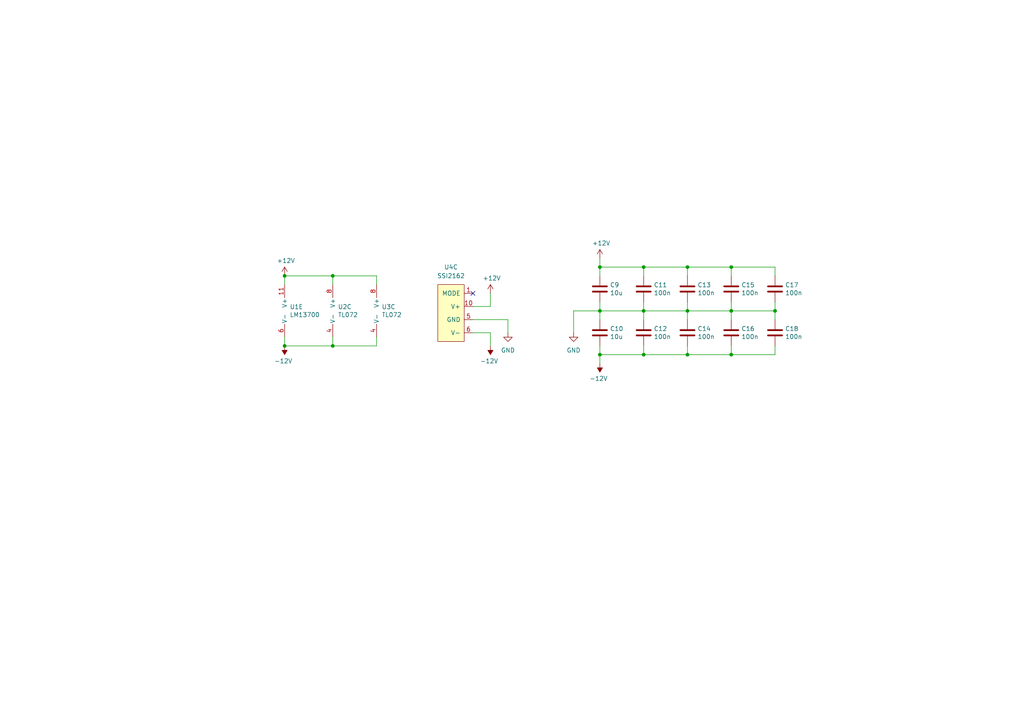
<source format=kicad_sch>
(kicad_sch (version 20211123) (generator eeschema)
  (paper "A4")
  (title_block (title "Late MS20 VCF plug-in board") (date "2022-07-29") (rev "0.1") (comment 1 "creativecommons.org/licenses/by/4.0/") (comment 2 "License: CC by 4.0") (comment 3 "Author: Jordan Aceto"))
  (lib_symbols
    (symbol "Amplifier_Operational:LM13700" (pin_names (offset 0.127))
      (property "Reference" "U" (at 3.81 5.08 0))
      (property "Value" "LM13700" (at 5.08 -5.08 0))
      (symbol "LM13700_1_1"
        (polyline (pts (xy 3.81 -0.635) (xy 3.81 -2.54) (xy 5.08 -2.54)))
        (polyline (pts (xy 5.08 0) (xy -5.08 -5.08) (xy -5.08 5.08) (xy 5.08 0)) (stroke (width 0.254)) (fill (type background)))
        (pin output line (at 7.62 0 180) (length 2.54) (name "~") (number "12"))
        (pin input line (at -7.62 2.54 0) (length 2.54) (name "-") (number "13"))
        (pin input line (at -7.62 -2.54 0) (length 2.54) (name "+") (number "14"))
        (pin input line (at -7.62 0 0) (length 2.54) (name "DIODE_BIAS") (number "15"))
        (pin input line (at 7.62 -2.54 180) (length 2.54) (name "~") (number "16"))
      )
      (symbol "LM13700_2_0"
        (polyline (pts (xy -1.905 2.54) (xy -3.175 2.54)))
      )
      (symbol "LM13700_2_1"
        (circle (center -2.54 1.905) (radius 0.254) (stroke (width 0.254)) (fill (type outline)))
        (polyline (pts (xy -3.81 -0.635) (xy -2.54 -1.27)))
        (polyline (pts (xy -3.81 1.27) (xy -3.81 -1.27)))
        (polyline (pts (xy -2.54 -1.905) (xy -1.27 -2.54)))
        (polyline (pts (xy -2.54 0) (xy -2.54 -2.54)))
        (polyline (pts (xy -3.81 0.635) (xy -2.54 1.27) (xy -2.54 1.905) (xy -2.54 2.54)))
        (polyline (pts (xy -2.54 -1.27) (xy -3.175 -0.635) (xy -3.175 -1.27) (xy -2.54 -1.27)) (fill (type outline)))
        (polyline (pts (xy -2.54 -0.635) (xy -1.27 0) (xy -1.27 1.905) (xy -2.54 1.905)))
        (polyline (pts (xy -1.27 -2.54) (xy -1.905 -1.905) (xy -1.905 -2.54) (xy -1.27 -2.54)) (fill (type outline)))
        (text "V+" (at -2.54 3.81 0) (effects (font (size 1.27 1.27))))
        (pin input line (at -7.62 0 0) (length 3.81) (name "~") (number "10"))
        (pin output line (at 2.54 -2.54 180) (length 3.81) (name "~") (number "9"))
      )
      (symbol "LM13700_3_1"
        (polyline (pts (xy 3.81 -0.635) (xy 3.81 -2.54) (xy 5.08 -2.54)))
        (polyline (pts (xy 5.08 0) (xy -5.08 -5.08) (xy -5.08 5.08) (xy 5.08 0)) (stroke (width 0.254)) (fill (type background)))
        (pin input line (at 7.62 -2.54 180) (length 2.54) (name "~") (number "1"))
        (pin input line (at -7.62 0 0) (length 2.54) (name "DIODE_BIAS") (number "2"))
        (pin input line (at -7.62 -2.54 0) (length 2.54) (name "+") (number "3"))
        (pin input line (at -7.62 2.54 0) (length 2.54) (name "-") (number "4"))
        (pin output line (at 7.62 0 180) (length 2.54) (name "~") (number "5"))
      )
      (symbol "LM13700_4_0"
        (polyline (pts (xy -3.175 2.54) (xy -1.905 2.54)))
        (text "V+" (at -2.54 3.81 0) (effects (font (size 1.27 1.27))))
      )
      (symbol "LM13700_4_1"
        (circle (center -2.54 1.905) (radius 0.254) (stroke (width 0.254)) (fill (type outline)))
        (polyline (pts (xy -3.81 -0.635) (xy -2.54 -1.27)))
        (polyline (pts (xy -3.81 1.27) (xy -3.81 -1.27)))
        (polyline (pts (xy -2.54 -1.905) (xy -1.27 -2.54)))
        (polyline (pts (xy -2.54 0) (xy -2.54 -2.54)))
        (polyline (pts (xy -3.81 0.635) (xy -2.54 1.27) (xy -2.54 2.54)))
        (polyline (pts (xy -2.54 -1.27) (xy -3.175 -0.635) (xy -3.175 -1.27) (xy -2.54 -1.27)) (fill (type outline)))
        (polyline (pts (xy -2.54 -0.635) (xy -1.27 0) (xy -1.27 1.905) (xy -2.54 1.905)))
        (polyline (pts (xy -1.27 -2.54) (xy -1.905 -1.905) (xy -1.905 -2.54) (xy -1.27 -2.54)) (fill (type outline)))
        (pin input line (at -7.62 0 0) (length 3.81) (name "~") (number "7"))
        (pin output line (at 2.54 -2.54 180) (length 3.81) (name "~") (number "8"))
      )
      (symbol "LM13700_5_1"
        (pin power_in line (at -2.54 7.62 270) (length 3.81) (name "V+") (number "11"))
        (pin power_in line (at -2.54 -7.62 90) (length 3.81) (name "V-") (number "6"))
      )
    )
    (symbol "Amplifier_Operational:TL072" (pin_names (offset 0.127))
      (property "Reference" "U" (at 0 5.08 0))
      (property "Value" "TL072" (at 0 -5.08 0))
      (symbol "TL072_1_1"
        (polyline (pts (xy -5.08 5.08) (xy 5.08 0) (xy -5.08 -5.08) (xy -5.08 5.08)) (stroke (width 0.254)) (fill (type background)))
        (pin output line (at 7.62 0 180) (length 2.54) (name "~") (number "1"))
        (pin input line (at -7.62 -2.54 0) (length 2.54) (name "-") (number "2"))
        (pin input line (at -7.62 2.54 0) (length 2.54) (name "+") (number "3"))
      )
      (symbol "TL072_2_1"
        (polyline (pts (xy -5.08 5.08) (xy 5.08 0) (xy -5.08 -5.08) (xy -5.08 5.08)) (stroke (width 0.254)) (fill (type background)))
        (pin input line (at -7.62 2.54 0) (length 2.54) (name "+") (number "5"))
        (pin input line (at -7.62 -2.54 0) (length 2.54) (name "-") (number "6"))
        (pin output line (at 7.62 0 180) (length 2.54) (name "~") (number "7"))
      )
      (symbol "TL072_3_1"
        (pin power_in line (at -2.54 -7.62 90) (length 3.81) (name "V-") (number "4"))
        (pin power_in line (at -2.54 7.62 270) (length 3.81) (name "V+") (number "8"))
      )
    )
    (symbol "Device:C" (pin_numbers hide) (pin_names (offset 0.254))
      (property "Reference" "C" (at 0.635 2.54 0))
      (property "Value" "C" (at 0.635 -2.54 0))
      (symbol "C_0_1"
        (polyline (pts (xy -2.032 -0.762) (xy 2.032 -0.762)) (stroke (width 0.508)))
        (polyline (pts (xy -2.032 0.762) (xy 2.032 0.762)) (stroke (width 0.508)))
      )
      (symbol "C_1_1"
        (pin passive line (at 0 3.81 270) (length 2.794) (name "~") (number "1"))
        (pin passive line (at 0 -3.81 90) (length 2.794) (name "~") (number "2"))
      )
    )
    (symbol "custom_symbols:SSI2162" (pin_names (offset 1.016))
      (property "Reference" "U" (at 0 -12.7 0))
      (property "Value" "SSI2162" (at 0 7.62 0))
      (symbol "SSI2162_1_1"
        (rectangle (start -5.08 5.08) (end 5.08 -5.08) (fill (type background)))
        (polyline (pts (xy 5.08 5.08) (xy -5.08 -5.08)))
        (polyline (pts (xy 5.08 5.08) (xy 10.16 0) (xy 5.08 -5.08) (xy -5.08 5.08)) (fill (type background)))
        (pin input line (at -7.62 0 0) (length 2.54) (name "~") (number "2"))
        (pin input line (at 0 -7.62 90) (length 2.54) (name "~") (number "3"))
        (pin output line (at 12.7 0 180) (length 2.54) (name "~") (number "4"))
      )
      (symbol "SSI2162_2_1"
        (rectangle (start -5.08 5.08) (end 5.08 -5.08) (fill (type background)))
        (polyline (pts (xy 5.08 5.08) (xy -5.08 -5.08)))
        (polyline (pts (xy 5.08 5.08) (xy 10.16 0) (xy 5.08 -5.08) (xy -5.08 5.08)) (fill (type background)))
        (pin output line (at 12.7 0 180) (length 2.54) (name "~") (number "7"))
        (pin input line (at 0 -7.62 90) (length 2.54) (name "~") (number "8"))
        (pin input line (at -7.62 0 0) (length 2.54) (name "~") (number "9"))
      )
      (symbol "SSI2162_3_1"
        (rectangle (start 3.81 -10.16) (end -3.81 6.35) (fill (type background)))
        (pin input line (at 6.35 3.81 180) (length 2.54) (name "MODE") (number "1"))
        (pin power_in line (at 6.35 0 180) (length 2.54) (name "V+") (number "10"))
        (pin power_in line (at 6.35 -3.81 180) (length 2.54) (name "GND") (number "5"))
        (pin power_in line (at 6.35 -7.62 180) (length 2.54) (name "V-") (number "6"))
      )
    )
    (symbol "power:+12V" (power) (pin_names (offset 0))
      (property "Value" "+12V" (at 0 3.556 0))
      (symbol "+12V_0_1"
        (polyline (pts (xy -0.762 1.27) (xy 0 2.54)))
        (polyline (pts (xy 0 0) (xy 0 2.54)))
        (polyline (pts (xy 0 2.54) (xy 0.762 1.27)))
      )
      (symbol "+12V_1_1"
        (pin power_in line (at 0 0 90) (length 0) hide (name "+12V") (number "1"))
      )
    )
    (symbol "power:-12V" (power) (pin_names (offset 0))
      (property "Value" "-12V" (at 0 3.81 0))
      (symbol "-12V_0_0"
        (pin power_in line (at 0 0 90) (length 0) hide (name "-12V") (number "1"))
      )
      (symbol "-12V_0_1"
        (polyline (pts (xy 0 0) (xy 0 1.27) (xy 0.762 1.27) (xy 0 2.54) (xy -0.762 1.27) (xy 0 1.27)) (fill (type outline)))
      )
    )
    (symbol "power:GND" (power) (pin_names (offset 0))
      (property "Value" "GND" (at 0 -3.81 0))
      (symbol "GND_0_1"
        (polyline (pts (xy 0 0) (xy 0 -1.27) (xy 1.27 -1.27) (xy 0 -2.54) (xy -1.27 -1.27) (xy 0 -1.27)))
      )
      (symbol "GND_1_1"
        (pin power_in line (at 0 0 270) (length 0) hide (name "GND") (number "1"))
      )
    )
  )
  (junction (at 186.69 90.17))
  (junction (at 173.99 90.17))
  (junction (at 82.55 100.33))
  (junction (at 212.09 77.47))
  (junction (at 199.39 77.47))
  (junction (at 224.79 90.17))
  (junction (at 173.99 77.47))
  (junction (at 82.55 80.01))
  (junction (at 212.09 102.87))
  (junction (at 173.99 102.87))
  (junction (at 186.69 102.87))
  (junction (at 96.52 100.33))
  (junction (at 96.52 80.01))
  (junction (at 199.39 102.87))
  (junction (at 212.09 90.17))
  (junction (at 199.39 90.17))
  (junction (at 186.69 77.47))
  (no_connect (at 137.16 85.09))
  (wire (pts (xy 224.79 80.01) (xy 224.79 77.47)))
  (wire (pts (xy 109.22 100.33) (xy 96.52 100.33)))
  (wire (pts (xy 212.09 80.01) (xy 212.09 77.47)))
  (wire (pts (xy 212.09 100.33) (xy 212.09 102.87)))
  (wire (pts (xy 186.69 87.63) (xy 186.69 90.17)))
  (wire (pts (xy 199.39 100.33) (xy 199.39 102.87)))
  (wire (pts (xy 109.22 82.55) (xy 109.22 80.01)))
  (wire (pts (xy 199.39 90.17) (xy 199.39 92.71)))
  (wire (pts (xy 173.99 102.87) (xy 173.99 105.41)))
  (wire (pts (xy 199.39 80.01) (xy 199.39 77.47)))
  (wire (pts (xy 224.79 90.17) (xy 224.79 92.71)))
  (wire (pts (xy 212.09 87.63) (xy 212.09 90.17)))
  (wire (pts (xy 173.99 102.87) (xy 173.99 100.33)))
  (wire (pts (xy 212.09 90.17) (xy 212.09 92.71)))
  (wire (pts (xy 173.99 87.63) (xy 173.99 90.17)))
  (wire (pts (xy 186.69 90.17) (xy 173.99 90.17)))
  (wire (pts (xy 82.55 80.01) (xy 82.55 82.55)))
  (wire (pts (xy 212.09 90.17) (xy 199.39 90.17)))
  (wire (pts (xy 186.69 77.47) (xy 173.99 77.47)))
  (wire (pts (xy 142.24 100.33) (xy 142.24 96.52)))
  (wire (pts (xy 212.09 102.87) (xy 199.39 102.87)))
  (wire (pts (xy 212.09 77.47) (xy 199.39 77.47)))
  (wire (pts (xy 199.39 90.17) (xy 186.69 90.17)))
  (wire (pts (xy 96.52 80.01) (xy 109.22 80.01)))
  (wire (pts (xy 224.79 100.33) (xy 224.79 102.87)))
  (wire (pts (xy 224.79 77.47) (xy 212.09 77.47)))
  (wire (pts (xy 137.16 88.9) (xy 142.24 88.9)))
  (wire (pts (xy 199.39 102.87) (xy 186.69 102.87)))
  (wire (pts (xy 186.69 80.01) (xy 186.69 77.47)))
  (wire (pts (xy 224.79 90.17) (xy 212.09 90.17)))
  (wire (pts (xy 224.79 87.63) (xy 224.79 90.17)))
  (wire (pts (xy 82.55 100.33) (xy 96.52 100.33)))
  (wire (pts (xy 224.79 102.87) (xy 212.09 102.87)))
  (wire (pts (xy 82.55 100.33) (xy 82.55 97.79)))
  (wire (pts (xy 166.37 96.52) (xy 166.37 90.17)))
  (wire (pts (xy 147.32 92.71) (xy 137.16 92.71)))
  (wire (pts (xy 82.55 80.01) (xy 96.52 80.01)))
  (wire (pts (xy 166.37 90.17) (xy 173.99 90.17)))
  (wire (pts (xy 96.52 97.79) (xy 96.52 100.33)))
  (wire (pts (xy 186.69 90.17) (xy 186.69 92.71)))
  (wire (pts (xy 199.39 77.47) (xy 186.69 77.47)))
  (wire (pts (xy 186.69 102.87) (xy 173.99 102.87)))
  (wire (pts (xy 142.24 88.9) (xy 142.24 85.09)))
  (wire (pts (xy 109.22 97.79) (xy 109.22 100.33)))
  (wire (pts (xy 142.24 96.52) (xy 137.16 96.52)))
  (wire (pts (xy 173.99 74.93) (xy 173.99 77.47)))
  (wire (pts (xy 173.99 90.17) (xy 173.99 92.71)))
  (wire (pts (xy 173.99 77.47) (xy 173.99 80.01)))
  (wire (pts (xy 96.52 80.01) (xy 96.52 82.55)))
  (wire (pts (xy 199.39 87.63) (xy 199.39 90.17)))
  (wire (pts (xy 186.69 100.33) (xy 186.69 102.87)))
  (wire (pts (xy 147.32 96.52) (xy 147.32 92.71)))
  (symbol (lib_id "Amplifier_Operational:LM13700") (at 85.09 90.17 0) (unit 5)
    (property "Reference" "U1" (at 84.0232 89.0016 0) (effects (justify left)))
    (property "Value" "LM13700" (at 84.0232 91.313 0) (effects (justify left)))
    (property "Footprint" "Package_SO:SOIC-16_3.9x9.9mm_P1.27mm" (effects hide))
    (property "Datasheet" "http://www.ti.com/lit/ds/symlink/lm13700.pdf" (effects hide))
  )
  (symbol (lib_id "Amplifier_Operational:TL072") (at 111.76 90.17 0) (unit 3)
    (property "Reference" "U3" (at 110.6932 89.0016 0) (effects (justify left)))
    (property "Value" "TL072" (at 110.6932 91.313 0) (effects (justify left)))
    (property "Footprint" "Package_SO:SOIC-8_3.9x4.9mm_P1.27mm" (effects hide))
    (property "Datasheet" "http://www.ti.com/lit/ds/symlink/tl071.pdf" (effects hide))
  )
  (symbol (lib_id "Amplifier_Operational:TL072") (at 99.06 90.17 0) (unit 3)
    (property "Reference" "U2" (at 97.9932 89.0016 0) (effects (justify left)))
    (property "Value" "TL072" (at 97.9932 91.313 0) (effects (justify left)))
    (property "Footprint" "Package_SO:SOIC-8_3.9x4.9mm_P1.27mm" (effects hide))
    (property "Datasheet" "http://www.ti.com/lit/ds/symlink/tl071.pdf" (effects hide))
  )
  (symbol (lib_id "power:+12V") (at 82.55 80.01 0) (unit 1)
    (property "Reference" "#PWR029" (effects hide))
    (property "Value" "+12V" (at 82.931 75.6158 0))
  )
  (symbol (lib_id "power:-12V") (at 82.55 100.33 180) (unit 1)
    (property "Reference" "#PWR030" (effects hide))
    (property "Value" "-12V" (at 82.169 104.7242 0))
  )
  (symbol (lib_id "Device:C") (at 186.69 83.82 0) (unit 1)
    (property "Reference" "C11" (at 189.611 82.6516 0) (effects (justify left)))
    (property "Value" "100n" (at 189.611 84.963 0) (effects (justify left)))
    (property "Footprint" "Capacitor_SMD:C_0603_1608Metric" (effects hide))
  )
  (symbol (lib_id "Device:C") (at 173.99 83.82 0) (unit 1)
    (property "Reference" "C9" (at 176.911 82.6516 0) (effects (justify left)))
    (property "Value" "10u" (at 176.911 84.963 0) (effects (justify left)))
    (property "Footprint" "Capacitor_SMD:C_0805_2012Metric" (effects hide))
  )
  (symbol (lib_id "Device:C") (at 173.99 96.52 0) (unit 1)
    (property "Reference" "C10" (at 176.911 95.3516 0) (effects (justify left)))
    (property "Value" "10u" (at 176.911 97.663 0) (effects (justify left)))
    (property "Footprint" "Capacitor_SMD:C_0805_2012Metric" (effects hide))
  )
  (symbol (lib_id "Device:C") (at 186.69 96.52 0) (unit 1)
    (property "Reference" "C12" (at 189.611 95.3516 0) (effects (justify left)))
    (property "Value" "100n" (at 189.611 97.663 0) (effects (justify left)))
    (property "Footprint" "Capacitor_SMD:C_0603_1608Metric" (effects hide))
  )
  (symbol (lib_id "Device:C") (at 199.39 83.82 0) (unit 1)
    (property "Reference" "C13" (at 202.311 82.6516 0) (effects (justify left)))
    (property "Value" "100n" (at 202.311 84.963 0) (effects (justify left)))
    (property "Footprint" "Capacitor_SMD:C_0603_1608Metric" (effects hide))
  )
  (symbol (lib_id "Device:C") (at 199.39 96.52 0) (unit 1)
    (property "Reference" "C14" (at 202.311 95.3516 0) (effects (justify left)))
    (property "Value" "100n" (at 202.311 97.663 0) (effects (justify left)))
    (property "Footprint" "Capacitor_SMD:C_0603_1608Metric" (effects hide))
  )
  (symbol (lib_id "Device:C") (at 212.09 83.82 0) (unit 1)
    (property "Reference" "C15" (at 215.011 82.6516 0) (effects (justify left)))
    (property "Value" "100n" (at 215.011 84.963 0) (effects (justify left)))
    (property "Footprint" "Capacitor_SMD:C_0603_1608Metric" (effects hide))
  )
  (symbol (lib_id "Device:C") (at 212.09 96.52 0) (unit 1)
    (property "Reference" "C16" (at 215.011 95.3516 0) (effects (justify left)))
    (property "Value" "100n" (at 215.011 97.663 0) (effects (justify left)))
    (property "Footprint" "Capacitor_SMD:C_0603_1608Metric" (effects hide))
  )
  (symbol (lib_id "power:-12V") (at 173.99 105.41 180) (unit 1)
    (property "Reference" "#PWR036" (effects hide))
    (property "Value" "-12V" (at 173.609 109.8042 0))
  )
  (symbol (lib_id "power:+12V") (at 173.99 74.93 0) (unit 1)
    (property "Reference" "#PWR035" (effects hide))
    (property "Value" "+12V" (at 174.371 70.5358 0))
  )
  (symbol (lib_id "Device:C") (at 224.79 83.82 0) (unit 1)
    (property "Reference" "C17" (at 227.711 82.6516 0) (effects (justify left)))
    (property "Value" "100n" (at 227.711 84.963 0) (effects (justify left)))
    (property "Footprint" "Capacitor_SMD:C_0603_1608Metric" (effects hide))
  )
  (symbol (lib_id "power:GND") (at 166.37 96.52 0) (unit 1)
    (property "Reference" "#PWR034" (effects hide))
    (property "Value" "GND" (at 166.37 101.6 0))
  )
  (symbol (lib_id "Device:C") (at 224.79 96.52 0) (unit 1)
    (property "Reference" "C18" (at 227.711 95.3516 0) (effects (justify left)))
    (property "Value" "100n" (at 227.711 97.663 0) (effects (justify left)))
    (property "Footprint" "Capacitor_SMD:C_0603_1608Metric" (effects hide))
  )
  (symbol (lib_id "power:+12V") (at 142.24 85.09 0) (unit 1)
    (property "Reference" "#PWR031" (effects hide))
    (property "Value" "+12V" (at 142.621 80.6958 0))
  )
  (symbol (lib_id "power:-12V") (at 142.24 100.33 180) (unit 1)
    (property "Reference" "#PWR032" (effects hide))
    (property "Value" "-12V" (at 141.859 104.7242 0))
  )
  (symbol (lib_id "custom_symbols:SSI2162") (at 130.81 88.9 0) (unit 3)
    (property "Reference" "U4" (at 130.81 77.47 0))
    (property "Value" "SSI2162" (at 130.81 80.01 0))
    (property "Footprint" "Package_SO:SSOP-10_3.9x4.9mm_P1.00mm" (effects hide))
    (property "Datasheet" "https://www.soundsemiconductor.com/downloads/ssi2162datasheet.pdf" (effects hide))
  )
  (symbol (lib_id "power:GND") (at 147.32 96.52 0) (unit 1)
    (property "Reference" "#PWR033" (effects hide))
    (property "Value" "GND" (at 147.32 101.6 0))
  )
)
</source>
